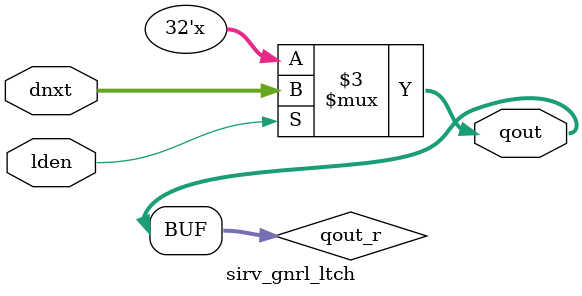
<source format=v>
module dfflrs # (
  parameter DW = 32
) (

  input               lden, 
  input      [DW-1:0] dnxt,
  output     [DW-1:0] qout,

  input               clk,
  input               rst_n
);

reg [DW-1:0] qout_r;

always @(posedge clk or negedge rst_n)
begin : DFFLRS_PROC
  if (rst_n == 1'b0)
    qout_r <= {DW{1'b1}};
  else if (lden == 1'b1)
    qout_r <= #1 dnxt;
end

assign qout = qout_r;


endmodule
// ===========================================================================
//
// Description:
//  Verilog module sirv_gnrl DFF with Load-enable and Reset
//  Default reset value is 0
//
// ===========================================================================

module dfflr # (
  parameter DW = 32
) (

  input               lden, 
  input      [DW-1:0] dnxt,
  output     [DW-1:0] qout,

  input               clk,
  input               rst_n
);

reg [DW-1:0] qout_r;

always @(posedge clk or negedge rst_n)
begin : DFFLR_PROC
  if (rst_n == 1'b0)
    qout_r <= {DW{1'b0}};
  else if (lden == 1'b1)
    qout_r <= #1 dnxt;
end

assign qout = qout_r;


endmodule
// ===========================================================================
//
// Description:
//  Verilog module sirv_gnrl DFF with Load-enable, no reset 
//
// ===========================================================================

module dffl # (
  parameter DW = 32
) (

  input               lden, 
  input      [DW-1:0] dnxt,
  output     [DW-1:0] qout,

  input               clk 
);

reg [DW-1:0] qout_r;

always @(posedge clk)
begin : DFFL_PROC
  if (lden == 1'b1)
    qout_r <= #1 dnxt;
end

assign qout = qout_r;


endmodule
// ===========================================================================
//
// Description:
//  Verilog module sirv_gnrl DFF with Reset, no load-enable
//  Default reset value is 1
//
// ===========================================================================

module dffrs # (
  parameter DW = 32
) (

  input      [DW-1:0] dnxt,
  output     [DW-1:0] qout,

  input               clk,
  input               rst_n
);

reg [DW-1:0] qout_r;

always @(posedge clk or negedge rst_n)
begin : DFFRS_PROC
  if (rst_n == 1'b0)
    qout_r <= {DW{1'b0}};
  else                  
    qout_r <= /*#1*/ dnxt;
end

assign qout = qout_r;

endmodule
// ===========================================================================
//
// Description:
//  Verilog module sirv_gnrl DFF with Reset, no load-enable
//  Default reset value is 0
//
// ===========================================================================

module dffr # (
  parameter DW = 32
) (

  input      [DW-1:0] dnxt,
  output     [DW-1:0] qout,

  input               clk,
  input               rst_n
);

reg [DW-1:0] qout_r;

always @(posedge clk or negedge rst_n)
begin : DFFR_PROC
  if (rst_n == 1'b0)
    qout_r <= {DW{1'b0}};
  else                  
    qout_r <= #1 dnxt;
end

assign qout = qout_r;

endmodule
// ===========================================================================
//
// Description:
//  Verilog module for general latch 
//
// ===========================================================================

module sirv_gnrl_ltch # (
  parameter DW = 32
) (

  //input               test_mode,
  input               lden, 
  input      [DW-1:0] dnxt,
  output     [DW-1:0] qout
);

reg [DW-1:0] qout_r;

always @ (*) 
begin : LTCH_PROC
  if (lden == 1'b1)
    qout_r <= dnxt;
end

//assign qout = test_mode ? dnxt : qout_r;
assign qout = qout_r;


endmodule

</source>
